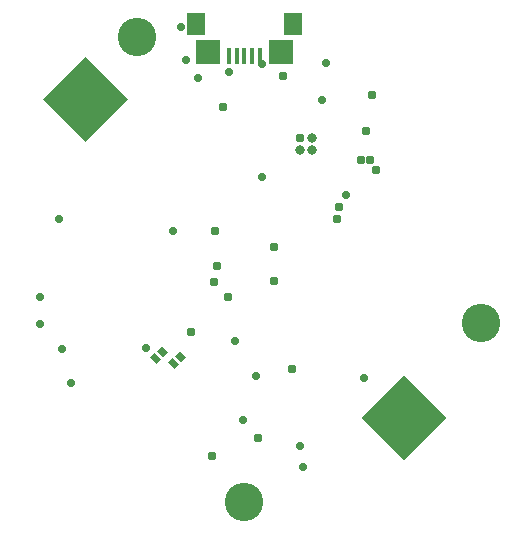
<source format=gbs>
G75*
%MOIN*%
%OFA0B0*%
%FSLAX25Y25*%
%IPPOS*%
%LPD*%
%AMOC8*
5,1,8,0,0,1.08239X$1,22.5*
%
%ADD10C,0.12798*%
%ADD11R,0.08468X0.08074*%
%ADD12R,0.06499X0.07680*%
%ADD13R,0.01775X0.05515*%
%ADD14R,0.20200X0.20200*%
%ADD15R,0.02169X0.02956*%
%ADD16C,0.03000*%
%ADD17C,0.03200*%
%ADD18C,0.02919*%
%ADD19C,0.03119*%
%ADD20C,0.02900*%
%ADD21C,0.03100*%
%ADD22C,0.02600*%
%ADD23C,0.02800*%
D10*
X0054300Y0163700D03*
X0169000Y0068400D03*
X0090000Y0008800D03*
D11*
X0077795Y0158748D03*
X0102205Y0158748D03*
D12*
X0073858Y0168000D03*
X0106142Y0168000D03*
D13*
X0084882Y0157469D03*
X0087441Y0157469D03*
X0090000Y0157469D03*
X0092559Y0157469D03*
X0095118Y0157469D03*
D14*
G36*
X0143033Y0051250D02*
X0157316Y0036967D01*
X0143033Y0022684D01*
X0128750Y0036967D01*
X0143033Y0051250D01*
G37*
G36*
X0036967Y0157316D02*
X0051250Y0143033D01*
X0036967Y0128750D01*
X0022684Y0143033D01*
X0036967Y0157316D01*
G37*
D15*
G36*
X0060861Y0059250D02*
X0062394Y0060783D01*
X0064483Y0058694D01*
X0062950Y0057161D01*
X0060861Y0059250D01*
G37*
G36*
X0058634Y0057023D02*
X0060167Y0058556D01*
X0062256Y0056467D01*
X0060723Y0054934D01*
X0058634Y0057023D01*
G37*
G36*
X0066815Y0057562D02*
X0068348Y0059095D01*
X0070437Y0057006D01*
X0068904Y0055473D01*
X0066815Y0057562D01*
G37*
G36*
X0064588Y0055335D02*
X0066121Y0056868D01*
X0068210Y0054779D01*
X0066677Y0053246D01*
X0064588Y0055335D01*
G37*
D16*
X0112400Y0130200D03*
X0108400Y0126200D03*
X0112400Y0126200D03*
D17*
X0112400Y0130200D03*
X0108400Y0126200D03*
X0112400Y0126200D03*
D18*
X0108400Y0130300D03*
D19*
X0108400Y0130300D03*
D20*
X0105800Y0053000D03*
X0079200Y0024100D03*
X0094500Y0030000D03*
X0084500Y0077300D03*
X0080700Y0087500D03*
X0100000Y0093900D03*
X0103000Y0150800D03*
X0130500Y0132400D03*
X0131900Y0122800D03*
X0133900Y0119500D03*
X0128700Y0122900D03*
X0072300Y0065600D03*
X0083000Y0140500D03*
X0132400Y0144500D03*
X0121600Y0107200D03*
X0121000Y0103100D03*
X0080300Y0099000D03*
X0079800Y0082300D03*
X0100000Y0082600D03*
D21*
X0105800Y0053000D03*
X0079200Y0024100D03*
X0094500Y0030000D03*
X0084500Y0077300D03*
X0080700Y0087500D03*
X0100000Y0093900D03*
X0103000Y0150800D03*
X0130500Y0132400D03*
X0131900Y0122800D03*
X0133900Y0119500D03*
X0128700Y0122900D03*
X0072300Y0065600D03*
X0083000Y0140500D03*
X0132400Y0144500D03*
X0121600Y0107200D03*
X0121000Y0103100D03*
X0080300Y0099000D03*
X0079800Y0082300D03*
X0100000Y0082600D03*
D22*
X0115900Y0142900D03*
X0117100Y0155100D03*
X0086800Y0062400D03*
X0094000Y0050700D03*
X0074500Y0150200D03*
X0108500Y0027500D03*
X0129900Y0050000D03*
X0070400Y0156000D03*
X0084900Y0152000D03*
X0028300Y0103000D03*
X0032300Y0048600D03*
X0029200Y0059700D03*
X0095900Y0154700D03*
X0057200Y0060000D03*
X0068700Y0167100D03*
X0123900Y0111000D03*
X0109600Y0020600D03*
X0089600Y0036100D03*
X0066100Y0099100D03*
X0095900Y0117300D03*
X0021700Y0077000D03*
X0021800Y0068100D03*
D23*
X0115900Y0142900D03*
X0117100Y0155100D03*
X0086800Y0062400D03*
X0094000Y0050700D03*
X0074500Y0150200D03*
X0108500Y0027500D03*
X0129900Y0050000D03*
X0070400Y0156000D03*
X0084900Y0152000D03*
X0028300Y0103000D03*
X0032300Y0048600D03*
X0029200Y0059700D03*
X0095900Y0154700D03*
X0057200Y0060000D03*
X0068700Y0167100D03*
X0123900Y0111000D03*
X0109600Y0020600D03*
X0089600Y0036100D03*
X0066100Y0099100D03*
X0095900Y0117300D03*
X0021700Y0077000D03*
X0021800Y0068100D03*
M02*

</source>
